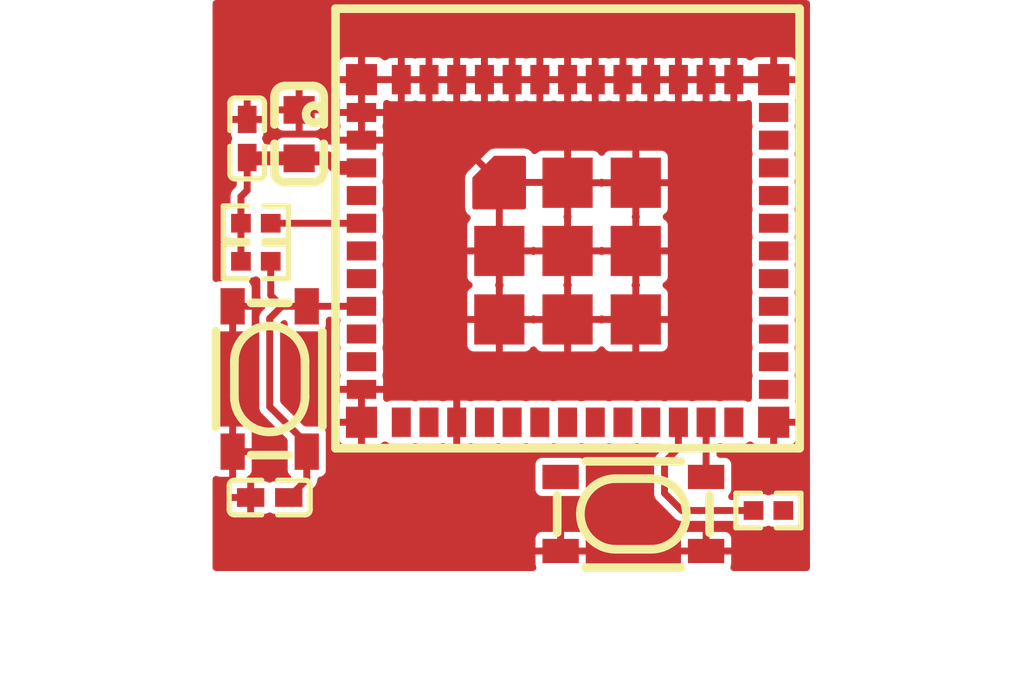
<source format=kicad_pcb>
(kicad_pcb (version 20241229) (generator "pcbnew") (generator_version "9.0")
  (layers (0 "F.Cu" signal) (2 "B.Cu" signal) (13 "F.Paste" user) (15 "B.Paste" user) (5 "F.SilkS" user "F.Silkscreen") (7 "B.SilkS" user "B.Silkscreen") (1 "F.Mask" user) (3 "B.Mask" user) (25 "Edge.Cuts" user))
  (net 0 "")
  (net 1 "hv")
  (net 2 "ic.footprint.pins[27].net-net")
  (net 3 "line-12")
  (net 4 "ic.footprint.pins[16].net-net")
  (net 5 "ic.footprint.pins[17].net-net")
  (net 6 "line-1")
  (net 7 "line-2")
  (net 8 "line-3")
  (net 9 "ic.footprint.pins[60].net-net")
  (net 10 "ic.footprint.pins[33].net-net")
  (net 11 "ic.footprint.pins[20].net-net")
  (net 12 "ic.footprint.pins[58].net-net")
  (net 13 "ic.footprint.pins[8].net-net")
  (net 14 "ic.footprint.pins[21].net-net")
  (net 15 "line-10")
  (net 16 "line-9")
  (net 17 "ic.footprint.pins[25].net-net")
  (net 18 "line")
  (net 19 "line-8")
  (net 20 "ic.footprint.pins[26].net-net")
  (net 21 "line-5")
  (net 22 "line-13")
  (net 23 "line-4")
  (net 24 "line-6")
  (net 25 "line-11")
  (net 26 "line-14")
  (net 27 "ic.footprint.pins[6].net-net")
  (net 28 "ic.footprint.pins[1].net-net")
  (net 29 "ic.footprint.pins[28].net-net")
  (net 30 "gnd")
  (net 31 "line-7")
  (net 32 "line-15")
  (footprint "ALPSALPINE_SKRPACE010:KEY-SMD_4P-L4.2-W3.2-P2.20-LS4.6" (layer "F.Cu") (at 1.9 7.6 0)
    (property "Reference" "U1" (hide yes))
    (property "Value" "")
    (fp_line (start -2.2 -0.54) (end -2.2 0.54) (stroke (width 0.25)) (layer "F.SilkS"))
    (fp_line (start -1.38 1.55) (end 1.38 1.55) (stroke (width 0.25)) (layer "F.SilkS"))
    (fp_line (start -0.51 -1.02) (end 0.51 -1.02) (stroke (width 0.25)) (layer "F.SilkS"))
    (fp_line (start -0.51 1.02) (end 0.51 1.02) (stroke (width 0.25)) (layer "F.SilkS"))
    (fp_line (start 1.37 -1.52) (end -1.37 -1.52) (stroke (width 0.25)) (layer "F.SilkS"))
    (fp_line (start 2.2 -0.54) (end 2.2 0.54) (stroke (width 0.25)) (layer "F.SilkS"))
    (fp_arc (start -0.51 1.02) (mid -1.53 0) (end -0.51 -1.02) (stroke (width 0.25)) (layer "F.SilkS"))
    (fp_arc (start 0.51 -1.02) (mid 1.53 0) (end 0.51 1.02) (stroke (width 0.25)) (layer "F.SilkS"))
    (pad "1" smd rect (at -2.1 -1.07 0) (size 1.05 0.7) (layers "F.Cu" "F.Mask" "F.Paste") (net 32 "line-15"))
    (pad "2" smd rect (at 2.1 -1.07 0) (size 1.05 0.7) (layers "F.Cu" "F.Mask" "F.Paste") (net 32 "line-15"))
    (pad "3" smd rect (at -2.1 1.07 0) (size 1.05 0.7) (layers "F.Cu" "F.Mask" "F.Paste") (net 30 "gnd"))
    (pad "4" smd rect (at 2.1 1.07 0) (size 1.05 0.7) (layers "F.Cu" "F.Mask" "F.Paste") (net 30 "gnd"))
  )
  (footprint "UNI_ROYAL_0402WGF1002TCE:R0402" (layer "F.Cu") (at -9 -0.8 180)
    (property "Reference" "R1" (hide yes))
    (property "Value" "10kΩ ±1% 62.5mW")
    (fp_line (start 0.94 0.5) (end 0.94 -0.5) (stroke (width 0.15)) (layer "F.SilkS"))
    (fp_line (start 0.94 -0.5) (end 0.23 -0.5) (stroke (width 0.15)) (layer "F.SilkS"))
    (fp_line (start 0.23 0.5) (end 0.94 0.5) (stroke (width 0.15)) (layer "F.SilkS"))
    (fp_line (start -0.23 0.5) (end -0.94 0.5) (stroke (width 0.15)) (layer "F.SilkS"))
    (fp_line (start -0.94 0.5) (end -0.94 -0.5) (stroke (width 0.15)) (layer "F.SilkS"))
    (fp_line (start -0.94 -0.5) (end -0.23 -0.5) (stroke (width 0.15)) (layer "F.SilkS"))
    (pad "1" smd rect (at -0.43 0 180) (size 0.57 0.54) (layers "F.Cu" "F.Mask" "F.Paste") (net 6 "line-1"))
    (pad "2" smd rect (at 0.43 0 180) (size 0.57 0.54) (layers "F.Cu" "F.Mask" "F.Paste") (net 1 "hv"))
  )
  (footprint "UNI_ROYAL_0402WGF1002TCE:R0402" (layer "F.Cu") (at -9 0.3 0)
    (property "Reference" "R3" (hide yes))
    (property "Value" "10kΩ ±1% 62.5mW")
    (fp_line (start -0.94 -0.5) (end -0.23 -0.5) (stroke (width 0.15)) (layer "F.SilkS"))
    (fp_line (start -0.94 0.5) (end -0.94 -0.5) (stroke (width 0.15)) (layer "F.SilkS"))
    (fp_line (start -0.23 0.5) (end -0.94 0.5) (stroke (width 0.15)) (layer "F.SilkS"))
    (fp_line (start 0.23 0.5) (end 0.94 0.5) (stroke (width 0.15)) (layer "F.SilkS"))
    (fp_line (start 0.94 -0.5) (end 0.23 -0.5) (stroke (width 0.15)) (layer "F.SilkS"))
    (fp_line (start 0.94 0.5) (end 0.94 -0.5) (stroke (width 0.15)) (layer "F.SilkS"))
    (pad "1" smd rect (at -0.43 0 0) (size 0.57 0.54) (layers "F.Cu" "F.Mask" "F.Paste") (net 1 "hv"))
    (pad "2" smd rect (at 0.43 0 0) (size 0.57 0.54) (layers "F.Cu" "F.Mask" "F.Paste") (net 31 "line-7"))
  )
  (footprint "Samsung_Electro_Mechanics_CL05B104KO5NNNC:C0402" (layer "F.Cu") (at -9.25 -3.25 90)
    (property "Reference" "C2" (hide yes))
    (property "Value" "100nF ±10% 16V X7R")
    (fp_line (start 1.02 -0.5) (end 0.23 -0.5) (stroke (width 0.15)) (layer "F.SilkS"))
    (fp_line (start -1.02 -0.5) (end -0.23 -0.5) (stroke (width 0.15)) (layer "F.SilkS"))
    (fp_line (start 1.17 0.35) (end 1.17 -0.35) (stroke (width 0.15)) (layer "F.SilkS"))
    (fp_line (start -1.17 0.35) (end -1.17 -0.35) (stroke (width 0.15)) (layer "F.SilkS"))
    (fp_line (start 0.23 0.5) (end 1.02 0.5) (stroke (width 0.15)) (layer "F.SilkS"))
    (fp_line (start -0.23 0.5) (end -1.02 0.5) (stroke (width 0.15)) (layer "F.SilkS"))
    (fp_arc (start 1.02 -0.5) (mid 1.126066 -0.456066) (end 1.17 -0.35) (stroke (width 0.15)) (layer "F.SilkS"))
    (fp_arc (start -1.17 -0.35) (mid -1.126066 -0.456066) (end -1.02 -0.5) (stroke (width 0.15)) (layer "F.SilkS"))
    (fp_arc (start 1.17 0.35) (mid 1.126066 0.456066) (end 1.02 0.5) (stroke (width 0.15)) (layer "F.SilkS"))
    (fp_arc (start -1.02 0.5) (mid -1.126066 0.456066) (end -1.17 0.35) (stroke (width 0.15)) (layer "F.SilkS"))
    (pad "1" smd rect (at -0.55 0 90) (size 0.79 0.54) (layers "F.Cu" "F.Mask" "F.Paste") (net 1 "hv"))
    (pad "2" smd rect (at 0.55 0 90) (size 0.79 0.54) (layers "F.Cu" "F.Mask" "F.Paste") (net 30 "gnd"))
  )
  (footprint "Espressif_Systems_ESP32_C3_MINI_1U_H4:WIFIM-SMD_ESP32-C3-MINI-MINI-1U" (layer "F.Cu") (at 0 0 0)
    (property "Reference" "U2" (hide yes))
    (property "Value" "")
    (fp_line (start -6.7 -7) (end -6.7 -3.45) (stroke (width 0.25)) (layer "F.SilkS"))
    (fp_line (start -6.7 -3.5) (end -6.7 5.7) (stroke (width 0.25)) (layer "F.SilkS"))
    (fp_line (start -6.7 5.7) (end 6.7 5.7) (stroke (width 0.25)) (layer "F.SilkS"))
    (fp_line (start 6.7 -7) (end -6.7 -7) (stroke (width 0.25)) (layer "F.SilkS"))
    (fp_line (start 6.7 5.7) (end 6.7 -7) (stroke (width 0.25)) (layer "F.SilkS"))
    (fp_circle (center -7.3 -3.95) (end -7.05 -3.95) (stroke (width 0.25)) (fill no) (layer "F.SilkS"))
    (pad "1" smd rect (at -5.95 -4 0) (size 0.85 0.55) (layers "F.Cu" "F.Mask" "F.Paste") (net 30 "gnd"))
    (pad "2" smd rect (at -5.95 -3.2 0) (size 0.85 0.55) (layers "F.Cu" "F.Mask" "F.Paste") (net 30 "gnd"))
    (pad "3" smd rect (at -5.95 -2.4 0) (size 0.85 0.55) (layers "F.Cu" "F.Mask" "F.Paste") (net 1 "hv"))
    (pad "4" smd rect (at -5.95 -1.6 0) (size 0.85 0.55) (layers "F.Cu" "F.Mask" "F.Paste") (net 10 "ic.footprint.pins[33].net-net"))
    (pad "5" smd rect (at -5.95 -0.8 0) (size 0.85 0.55) (layers "F.Cu" "F.Mask" "F.Paste") (net 6 "line-1"))
    (pad "6" smd rect (at -5.95 0 0) (size 0.85 0.55) (layers "F.Cu" "F.Mask" "F.Paste") (net 21 "line-5"))
    (pad "7" smd rect (at -5.95 0.8 0) (size 0.85 0.55) (layers "F.Cu" "F.Mask" "F.Paste") (net 12 "ic.footprint.pins[58].net-net"))
    (pad "8" smd rect (at -5.95 1.6 0) (size 0.85 0.55) (layers "F.Cu" "F.Mask" "F.Paste") (net 31 "line-7"))
    (pad "9" smd rect (at -5.95 2.4 0) (size 0.85 0.55) (layers "F.Cu" "F.Mask" "F.Paste") (net 9 "ic.footprint.pins[60].net-net"))
    (pad "10" smd rect (at -5.95 3.2 0) (size 0.85 0.55) (layers "F.Cu" "F.Mask" "F.Paste") (net 28 "ic.footprint.pins[1].net-net"))
    (pad "11" smd rect (at -5.95 4 0) (size 0.85 0.55) (layers "F.Cu" "F.Mask" "F.Paste") (net 30 "gnd"))
    (pad "12" smd rect (at -4.8 4.95 90) (size 0.85 0.55) (layers "F.Cu" "F.Mask" "F.Paste") (net 8 "line-3"))
    (pad "13" smd rect (at -4 4.95 90) (size 0.85 0.55) (layers "F.Cu" "F.Mask" "F.Paste") (net 3 "line-12"))
    (pad "14" smd rect (at -3.2 4.95 90) (size 0.85 0.55) (layers "F.Cu" "F.Mask" "F.Paste") (net 30 "gnd"))
    (pad "15" smd rect (at -2.4 4.95 90) (size 0.85 0.55) (layers "F.Cu" "F.Mask" "F.Paste") (net 27 "ic.footprint.pins[6].net-net"))
    (pad "16" smd rect (at -1.6 4.95 90) (size 0.85 0.55) (layers "F.Cu" "F.Mask" "F.Paste") (net 19 "line-8"))
    (pad "17" smd rect (at -0.8 4.95 90) (size 0.85 0.55) (layers "F.Cu" "F.Mask" "F.Paste") (net 13 "ic.footprint.pins[8].net-net"))
    (pad "18" smd rect (at 0 4.95 90) (size 0.85 0.55) (layers "F.Cu" "F.Mask" "F.Paste") (net 24 "line-6"))
    (pad "19" smd rect (at 0.8 4.95 90) (size 0.85 0.55) (layers "F.Cu" "F.Mask" "F.Paste") (net 18 "line"))
    (pad "20" smd rect (at 1.6 4.95 90) (size 0.85 0.55) (layers "F.Cu" "F.Mask" "F.Paste") (net 22 "line-13"))
    (pad "21" smd rect (at 2.4 4.95 90) (size 0.85 0.55) (layers "F.Cu" "F.Mask" "F.Paste") (net 25 "line-11"))
    (pad "22" smd rect (at 3.2 4.95 90) (size 0.85 0.55) (layers "F.Cu" "F.Mask" "F.Paste") (net 7 "line-2"))
    (pad "23" smd rect (at 4 4.95 90) (size 0.85 0.55) (layers "F.Cu" "F.Mask" "F.Paste") (net 32 "line-15"))
    (pad "24" smd rect (at 4.8 4.95 90) (size 0.85 0.55) (layers "F.Cu" "F.Mask" "F.Paste") (net 4 "ic.footprint.pins[16].net-net"))
    (pad "25" smd rect (at 5.95 4 180) (size 0.85 0.55) (layers "F.Cu" "F.Mask" "F.Paste") (net 5 "ic.footprint.pins[17].net-net"))
    (pad "26" smd rect (at 5.95 3.2 180) (size 0.85 0.55) (layers "F.Cu" "F.Mask" "F.Paste") (net 26 "line-14"))
    (pad "27" smd rect (at 5.95 2.4 180) (size 0.85 0.55) (layers "F.Cu" "F.Mask" "F.Paste") (net 16 "line-9"))
    (pad "28" smd rect (at 5.95 1.6 180) (size 0.85 0.55) (layers "F.Cu" "F.Mask" "F.Paste") (net 11 "ic.footprint.pins[20].net-net"))
    (pad "29" smd rect (at 5.95 0.8 180) (size 0.85 0.55) (layers "F.Cu" "F.Mask" "F.Paste") (net 14 "ic.footprint.pins[21].net-net"))
    (pad "30" smd rect (at 5.95 0 180) (size 0.85 0.55) (layers "F.Cu" "F.Mask" "F.Paste") (net 15 "line-10"))
    (pad "31" smd rect (at 5.95 -0.8 0) (size 0.85 0.55) (layers "F.Cu" "F.Mask" "F.Paste") (net 23 "line-4"))
    (pad "32" smd rect (at 5.95 -1.6 0) (size 0.85 0.55) (layers "F.Cu" "F.Mask" "F.Paste") (net 17 "ic.footprint.pins[25].net-net"))
    (pad "33" smd rect (at 5.95 -2.4 0) (size 0.85 0.55) (layers "F.Cu" "F.Mask" "F.Paste") (net 20 "ic.footprint.pins[26].net-net"))
    (pad "34" smd rect (at 5.95 -3.2 0) (size 0.85 0.55) (layers "F.Cu" "F.Mask" "F.Paste") (net 2 "ic.footprint.pins[27].net-net"))
    (pad "35" smd rect (at 5.95 -4 0) (size 0.85 0.55) (layers "F.Cu" "F.Mask" "F.Paste") (net 29 "ic.footprint.pins[28].net-net"))
    (pad "36" smd rect (at 4.8 -4.95 90) (size 0.85 0.55) (layers "F.Cu" "F.Mask" "F.Paste") (net 30 "gnd"))
    (pad "37" smd rect (at 4 -4.95 90) (size 0.85 0.55) (layers "F.Cu" "F.Mask" "F.Paste") (net 30 "gnd"))
    (pad "38" smd rect (at 3.2 -4.95 90) (size 0.85 0.55) (layers "F.Cu" "F.Mask" "F.Paste") (net 30 "gnd"))
    (pad "39" smd rect (at 2.4 -4.95 90) (size 0.85 0.55) (layers "F.Cu" "F.Mask" "F.Paste") (net 30 "gnd"))
    (pad "40" smd rect (at 1.6 -4.95 90) (size 0.85 0.55) (layers "F.Cu" "F.Mask" "F.Paste") (net 30 "gnd"))
    (pad "41" smd rect (at 0.8 -4.95 90) (size 0.85 0.55) (layers "F.Cu" "F.Mask" "F.Paste") (net 30 "gnd"))
    (pad "42" smd rect (at 0 -4.95 90) (size 0.85 0.55) (layers "F.Cu" "F.Mask" "F.Paste") (net 30 "gnd"))
    (pad "43" smd rect (at -0.8 -4.95 90) (size 0.85 0.55) (layers "F.Cu" "F.Mask" "F.Paste") (net 30 "gnd"))
    (pad "44" smd rect (at -1.6 -4.95 90) (size 0.85 0.55) (layers "F.Cu" "F.Mask" "F.Paste") (net 30 "gnd"))
    (pad "45" smd rect (at -2.4 -4.95 90) (size 0.85 0.55) (layers "F.Cu" "F.Mask" "F.Paste") (net 30 "gnd"))
    (pad "46" smd rect (at -3.2 -4.95 90) (size 0.85 0.55) (layers "F.Cu" "F.Mask" "F.Paste") (net 30 "gnd"))
    (pad "47" smd rect (at -4 -4.95 90) (size 0.85 0.55) (layers "F.Cu" "F.Mask" "F.Paste") (net 30 "gnd"))
    (pad "48" smd rect (at -4.8 -4.95 90) (size 0.85 0.55) (layers "F.Cu" "F.Mask" "F.Paste") (net 30 "gnd"))
    (pad "49" smd rect (at 0 0 0) (size 1.45 1.45) (layers "F.Cu" "F.Mask" "F.Paste") (net 30 "gnd"))
    (pad "50" smd rect (at 5.95 -4.95 0) (size 0.9 0.9) (layers "F.Cu" "F.Mask" "F.Paste") (net 30 "gnd"))
    (pad "51" smd rect (at 5.95 4.95 0) (size 0.9 0.9) (layers "F.Cu" "F.Mask" "F.Paste") (net 30 "gnd"))
    (pad "52" smd rect (at -5.95 4.95 0) (size 0.9 0.9) (layers "F.Cu" "F.Mask" "F.Paste") (net 30 "gnd"))
    (pad "53" smd rect (at -5.95 -4.95 0) (size 0.9 0.9) (layers "F.Cu" "F.Mask" "F.Paste") (net 30 "gnd"))
    (pad "54" smd rect (at -1.97 0 0) (size 1.45 1.45) (layers "F.Cu" "F.Mask" "F.Paste") (net 30 "gnd"))
    (pad "55" smd custom (at -1.97 -1.98 0) (size 0.01 0.01) (layers "F.Cu" "F.Mask" "F.Paste") (net 30 "gnd") (primitives (gr_poly (pts (xy -0.73 -0.12) (xy -0.13 -0.72) (xy 0.72 -0.72) (xy 0.72 0.73) (xy -0.73 0.73)) (width 0.1) (fill yes))) (options (clearance outline) (anchor circle)))
    (pad "56" smd rect (at 0 -1.97 0) (size 1.45 1.45) (layers "F.Cu" "F.Mask" "F.Paste") (net 30 "gnd"))
    (pad "57" smd rect (at 1.97 -1.97 0) (size 1.45 1.45) (layers "F.Cu" "F.Mask" "F.Paste") (net 30 "gnd"))
    (pad "58" smd rect (at 1.97 0 0) (size 1.45 1.45) (layers "F.Cu" "F.Mask" "F.Paste") (net 30 "gnd"))
    (pad "59" smd rect (at -1.97 1.98 0) (size 1.45 1.45) (layers "F.Cu" "F.Mask" "F.Paste") (net 30 "gnd"))
    (pad "60" smd rect (at 0 1.98 0) (size 1.45 1.45) (layers "F.Cu" "F.Mask" "F.Paste") (net 30 "gnd"))
    (pad "61" smd rect (at 1.97 1.98 0) (size 1.45 1.45) (layers "F.Cu" "F.Mask" "F.Paste") (net 30 "gnd"))
  )
  (footprint "Samsung_Electro_Mechanics_CL05A105KA5NQNC:C0402" (layer "F.Cu") (at -8.6 7.125 180)
    (property "Reference" "C3" (hide yes))
    (property "Value" "1µF ±10% 25V X5R")
    (fp_line (start 1.17 0.35) (end 1.17 -0.35) (stroke (width 0.15)) (layer "F.SilkS"))
    (fp_line (start 1.02 -0.5) (end 0.23 -0.5) (stroke (width 0.15)) (layer "F.SilkS"))
    (fp_line (start 0.23 0.5) (end 1.02 0.5) (stroke (width 0.15)) (layer "F.SilkS"))
    (fp_line (start -0.23 0.5) (end -1.02 0.5) (stroke (width 0.15)) (layer "F.SilkS"))
    (fp_line (start -1.02 -0.5) (end -0.23 -0.5) (stroke (width 0.15)) (layer "F.SilkS"))
    (fp_line (start -1.17 0.35) (end -1.17 -0.35) (stroke (width 0.15)) (layer "F.SilkS"))
    (fp_arc (start 1.17 0.35) (mid 1.126066 0.456066) (end 1.02 0.5) (stroke (width 0.15)) (layer "F.SilkS"))
    (fp_arc (start 1.02 -0.5) (mid 1.126066 -0.456066) (end 1.17 -0.35) (stroke (width 0.15)) (layer "F.SilkS"))
    (fp_arc (start -1.02 0.5) (mid -1.126066 0.456066) (end -1.17 0.35) (stroke (width 0.15)) (layer "F.SilkS"))
    (fp_arc (start -1.17 -0.35) (mid -1.126066 -0.456066) (end -1.02 -0.5) (stroke (width 0.15)) (layer "F.SilkS"))
    (pad "1" smd rect (at -0.55 0 180) (size 0.79 0.54) (layers "F.Cu" "F.Mask" "F.Paste") (net 31 "line-7"))
    (pad "2" smd rect (at 0.55 0 180) (size 0.79 0.54) (layers "F.Cu" "F.Mask" "F.Paste") (net 30 "gnd"))
  )
  (footprint "UNI_ROYAL_0402WGF1002TCE:R0402" (layer "F.Cu") (at 5.8 7.5 0)
    (property "Reference" "R2" (hide yes))
    (property "Value" "10kΩ ±1% 62.5mW")
    (fp_line (start -0.94 -0.5) (end -0.23 -0.5) (stroke (width 0.15)) (layer "F.SilkS"))
    (fp_line (start -0.94 0.5) (end -0.94 -0.5) (stroke (width 0.15)) (layer "F.SilkS"))
    (fp_line (start -0.23 0.5) (end -0.94 0.5) (stroke (width 0.15)) (layer "F.SilkS"))
    (fp_line (start 0.23 0.5) (end 0.94 0.5) (stroke (width 0.15)) (layer "F.SilkS"))
    (fp_line (start 0.94 -0.5) (end 0.23 -0.5) (stroke (width 0.15)) (layer "F.SilkS"))
    (fp_line (start 0.94 0.5) (end 0.94 -0.5) (stroke (width 0.15)) (layer "F.SilkS"))
    (pad "1" smd rect (at -0.43 0 0) (size 0.57 0.54) (layers "F.Cu" "F.Mask" "F.Paste") (net 7 "line-2"))
    (pad "2" smd rect (at 0.43 0 0) (size 0.57 0.54) (layers "F.Cu" "F.Mask" "F.Paste") (net 1 "hv"))
  )
  (footprint "ALPSALPINE_SKRPACE010:KEY-SMD_4P-L4.2-W3.2-P2.20-LS4.6" (layer "F.Cu") (at -8.6 3.7 -90)
    (property "Reference" "U3" (hide yes))
    (property "Value" "")
    (fp_line (start -1.38 1.55) (end 1.38 1.55) (stroke (width 0.25)) (layer "F.SilkS"))
    (fp_line (start -0.51 1.02) (end 0.51 1.02) (stroke (width 0.25)) (layer "F.SilkS"))
    (fp_line (start -2.2 -0.54) (end -2.2 0.54) (stroke (width 0.25)) (layer "F.SilkS"))
    (fp_line (start 2.2 -0.54) (end 2.2 0.54) (stroke (width 0.25)) (layer "F.SilkS"))
    (fp_line (start -0.51 -1.02) (end 0.51 -1.02) (stroke (width 0.25)) (layer "F.SilkS"))
    (fp_line (start 1.37 -1.52) (end -1.37 -1.52) (stroke (width 0.25)) (layer "F.SilkS"))
    (fp_arc (start -0.51 1.02) (mid -1.53 0) (end -0.51 -1.02) (stroke (width 0.25)) (layer "F.SilkS"))
    (fp_arc (start 0.51 -1.02) (mid 1.53 0) (end 0.51 1.02) (stroke (width 0.25)) (layer "F.SilkS"))
    (pad "1" smd rect (at -2.1 -1.07 270) (size 1.05 0.7) (layers "F.Cu" "F.Mask" "F.Paste") (net 31 "line-7"))
    (pad "2" smd rect (at 2.1 -1.07 270) (size 1.05 0.7) (layers "F.Cu" "F.Mask" "F.Paste") (net 31 "line-7"))
    (pad "3" smd rect (at -2.1 1.07 270) (size 1.05 0.7) (layers "F.Cu" "F.Mask" "F.Paste") (net 30 "gnd"))
    (pad "4" smd rect (at 2.1 1.07 270) (size 1.05 0.7) (layers "F.Cu" "F.Mask" "F.Paste") (net 30 "gnd"))
  )
  (footprint "Samsung_Electro_Mechanics_CL10A226MQ8NRNC:C0603" (layer "F.Cu") (at -7.75 -3.375 90)
    (property "Reference" "C1" (hide yes))
    (property "Value" "22µF ±20% 6.3V X5R")
    (fp_line (start 0.28 -0.71) (end 1.08 -0.71) (stroke (width 0.25)) (layer "F.SilkS"))
    (fp_line (start -0.28 -0.71) (end -1.08 -0.71) (stroke (width 0.25)) (layer "F.SilkS"))
    (fp_line (start 1.39 -0.4) (end 1.39 0.4) (stroke (width 0.25)) (layer "F.SilkS"))
    (fp_line (start -1.39 0.4) (end -1.39 -0.4) (stroke (width 0.25)) (layer "F.SilkS"))
    (fp_line (start 0.28 0.71) (end 1.08 0.71) (stroke (width 0.25)) (layer "F.SilkS"))
    (fp_line (start -0.28 0.71) (end -1.08 0.71) (stroke (width 0.25)) (layer "F.SilkS"))
    (fp_arc (start 1.08 -0.71) (mid 1.299203 -0.619203) (end 1.39 -0.4) (stroke (width 0.25)) (layer "F.SilkS"))
    (fp_arc (start -1.39 -0.4) (mid -1.299203 -0.619203) (end -1.08 -0.71) (stroke (width 0.25)) (layer "F.SilkS"))
    (fp_arc (start 1.39 0.4) (mid 1.299203 0.619203) (end 1.08 0.71) (stroke (width 0.25)) (layer "F.SilkS"))
    (fp_arc (start -1.08 0.71) (mid -1.299203 0.619203) (end -1.39 0.4) (stroke (width 0.25)) (layer "F.SilkS"))
    (pad "1" smd rect (at -0.7 0 90) (size 0.8 0.9) (layers "F.Cu" "F.Mask" "F.Paste") (net 1 "hv"))
    (pad "2" smd rect (at 0.7 0 90) (size 0.8 0.9) (layers "F.Cu" "F.Mask" "F.Paste") (net 30 "gnd"))
  )
  (zone (net 30) (net_name "gnd") (layers "F.Cu" "B.Cu") (connect_pads (clearance 0.2)) (min_thickness 0.2) (fill yes (thermal_gap 0.2) (thermal_bridge_width 0.2))
    (polygon (pts (xy -10.25 -7.25) (xy -10.25 9.25) (xy 7 9.25) (xy 7 -7.25)))
  )
  (segment (start -9.43 -1.57) (end -9.25 -1.75) (width 0.2) (net 1) (layer "F.Cu"))
  (segment (start -6.925 -2.675) (end -7.75 -2.675) (width 0.4) (net 1) (layer "F.Cu"))
  (segment (start -9.43 0.3) (end -9.43 -0.8) (width 0.2) (net 1) (layer "F.Cu"))
  (segment (start -7.75 -2.675) (end -9.225 -2.675) (width 0.4) (net 1) (layer "F.Cu"))
  (segment (start -9.25 -1.75) (end -9.25 -2.7) (width 0.2) (net 1) (layer "F.Cu"))
  (segment (start -9.225 -2.675) (end -9.25 -2.7) (width 0.4) (net 1) (layer "F.Cu"))
  (segment (start -9.43 -0.8) (end -9.43 -1.57) (width 0.2) (net 1) (layer "F.Cu"))
  (segment (start -6.65 -2.4) (end -6.925 -2.675) (width 0.4) (net 1) (layer "F.Cu"))
  (segment (start -5.9 -2.4) (end -6.65 -2.4) (width 0.4) (net 1) (layer "F.Cu"))
  (segment (start -8.57 -0.8) (end -5.9 -0.8) (width 0.2) (net 6) (layer "F.Cu"))
  (segment (start 2.8 7) (end 3.3 7.5) (width 0.2) (net 7) (layer "F.Cu"))
  (segment (start 3.2 5.7) (end 2.8 6.1) (width 0.2) (net 7) (layer "F.Cu"))
  (segment (start 3.2 4.9) (end 3.2 5.7) (width 0.2) (net 7) (layer "F.Cu"))
  (segment (start 3.3 7.5) (end 5.37 7.5) (width 0.2) (net 7) (layer "F.Cu"))
  (segment (start 2.8 6.1) (end 2.8 7) (width 0.2) (net 7) (layer "F.Cu"))
  (segment (start -1.97 0) (end -1.97 -1.98) (width 0.2) (net 30) (layer "F.Cu"))
  (segment (start -0.01 -1.98) (end 0 -1.97) (width 0.2) (net 30) (layer "F.Cu"))
  (segment (start -1.97 -1.98) (end -0.01 -1.98) (width 0.2) (net 30) (layer "F.Cu"))
  (segment (start -1.97 -1.98) (end -2.79 -2.8) (width 0.2) (net 30) (layer "F.Cu"))
  (segment (start -8.57 1.28) (end -8.25 1.6) (width 0.2) (net 31) (layer "F.Cu"))
  (segment (start -8.57 0.3) (end -8.57 1.28) (width 0.2) (net 31) (layer "F.Cu"))
  (segment (start -7.53 5.57) (end -8.6 4.5) (width 0.2) (net 31) (layer "F.Cu"))
  (segment (start -8.6 4.5) (end -8.6 1.95) (width 0.2) (net 31) (layer "F.Cu"))
  (segment (start -8.6 1.95) (end -8.25 1.6) (width 0.2) (net 31) (layer "F.Cu"))
  (segment (start -8.05 7.125) (end -7.53 6.605) (width 0.2) (net 31) (layer "F.Cu"))
  (segment (start -7.53 1.6) (end -8.25 1.6) (width 0.2) (net 31) (layer "F.Cu"))
  (segment (start -7.53 1.6) (end -5.9 1.6) (width 0.2) (net 31) (layer "F.Cu"))
  (segment (start -7.53 5.8) (end -7.53 5.57) (width 0.2) (net 31) (layer "F.Cu"))
  (segment (start -7.53 6.605) (end -7.53 5.8) (width 0.2) (net 31) (layer "F.Cu"))
  (segment (start 4 6.53) (end 4 4.9) (width 0.2) (net 32) (layer "F.Cu"))
)
</source>
